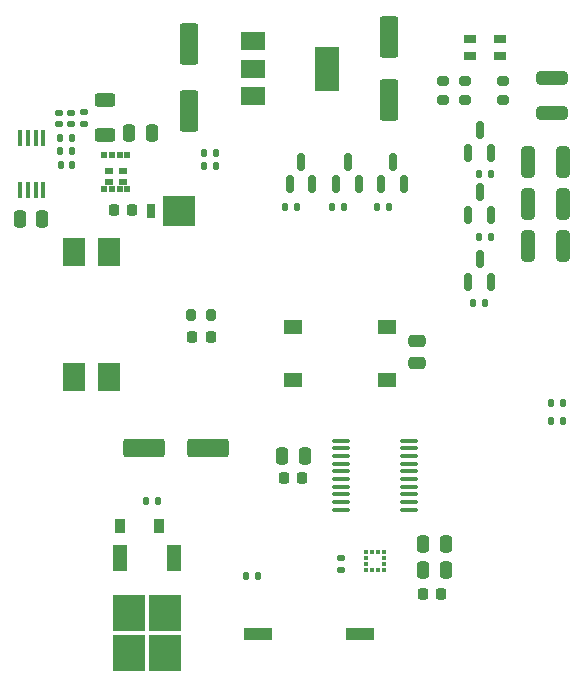
<source format=gtp>
%TF.GenerationSoftware,KiCad,Pcbnew,(6.0.1-0)*%
%TF.CreationDate,2022-04-18T21:10:33-05:00*%
%TF.ProjectId,tackle_sensor_hardware,7461636b-6c65-45f7-9365-6e736f725f68,rev?*%
%TF.SameCoordinates,Original*%
%TF.FileFunction,Paste,Top*%
%TF.FilePolarity,Positive*%
%FSLAX46Y46*%
G04 Gerber Fmt 4.6, Leading zero omitted, Abs format (unit mm)*
G04 Created by KiCad (PCBNEW (6.0.1-0)) date 2022-04-18 21:10:33*
%MOMM*%
%LPD*%
G01*
G04 APERTURE LIST*
G04 Aperture macros list*
%AMRoundRect*
0 Rectangle with rounded corners*
0 $1 Rounding radius*
0 $2 $3 $4 $5 $6 $7 $8 $9 X,Y pos of 4 corners*
0 Add a 4 corners polygon primitive as box body*
4,1,4,$2,$3,$4,$5,$6,$7,$8,$9,$2,$3,0*
0 Add four circle primitives for the rounded corners*
1,1,$1+$1,$2,$3*
1,1,$1+$1,$4,$5*
1,1,$1+$1,$6,$7*
1,1,$1+$1,$8,$9*
0 Add four rect primitives between the rounded corners*
20,1,$1+$1,$2,$3,$4,$5,0*
20,1,$1+$1,$4,$5,$6,$7,0*
20,1,$1+$1,$6,$7,$8,$9,0*
20,1,$1+$1,$8,$9,$2,$3,0*%
G04 Aperture macros list end*
%ADD10RoundRect,0.100000X-0.637500X-0.100000X0.637500X-0.100000X0.637500X0.100000X-0.637500X0.100000X0*%
%ADD11RoundRect,0.200000X-0.200000X-0.275000X0.200000X-0.275000X0.200000X0.275000X-0.200000X0.275000X0*%
%ADD12RoundRect,0.135000X-0.135000X-0.185000X0.135000X-0.185000X0.135000X0.185000X-0.135000X0.185000X0*%
%ADD13RoundRect,0.150000X0.150000X-0.587500X0.150000X0.587500X-0.150000X0.587500X-0.150000X-0.587500X0*%
%ADD14RoundRect,0.135000X0.135000X0.185000X-0.135000X0.185000X-0.135000X-0.185000X0.135000X-0.185000X0*%
%ADD15R,2.440000X1.120000*%
%ADD16R,0.450000X1.450000*%
%ADD17RoundRect,0.140000X0.170000X-0.140000X0.170000X0.140000X-0.170000X0.140000X-0.170000X-0.140000X0*%
%ADD18RoundRect,0.225000X-0.225000X-0.250000X0.225000X-0.250000X0.225000X0.250000X-0.225000X0.250000X0*%
%ADD19RoundRect,0.250000X-0.250000X-0.475000X0.250000X-0.475000X0.250000X0.475000X-0.250000X0.475000X0*%
%ADD20R,0.500000X0.630000*%
%ADD21R,0.738000X0.570000*%
%ADD22RoundRect,0.200000X-0.275000X0.200000X-0.275000X-0.200000X0.275000X-0.200000X0.275000X0.200000X0*%
%ADD23RoundRect,0.135000X0.185000X-0.135000X0.185000X0.135000X-0.185000X0.135000X-0.185000X-0.135000X0*%
%ADD24RoundRect,0.250000X0.250000X0.475000X-0.250000X0.475000X-0.250000X-0.475000X0.250000X-0.475000X0*%
%ADD25R,1.550000X1.300000*%
%ADD26R,0.350000X0.375000*%
%ADD27R,0.375000X0.350000*%
%ADD28RoundRect,0.250000X-0.312500X-1.075000X0.312500X-1.075000X0.312500X1.075000X-0.312500X1.075000X0*%
%ADD29RoundRect,0.225000X0.225000X0.250000X-0.225000X0.250000X-0.225000X-0.250000X0.225000X-0.250000X0*%
%ADD30RoundRect,0.135000X-0.185000X0.135000X-0.185000X-0.135000X0.185000X-0.135000X0.185000X0.135000X0*%
%ADD31R,1.955800X2.362200*%
%ADD32R,2.750000X3.050000*%
%ADD33R,1.200000X2.200000*%
%ADD34RoundRect,0.140000X-0.140000X-0.170000X0.140000X-0.170000X0.140000X0.170000X-0.140000X0.170000X0*%
%ADD35RoundRect,0.218750X0.218750X0.256250X-0.218750X0.256250X-0.218750X-0.256250X0.218750X-0.256250X0*%
%ADD36RoundRect,0.250000X0.625000X-0.312500X0.625000X0.312500X-0.625000X0.312500X-0.625000X-0.312500X0*%
%ADD37RoundRect,0.250000X0.550000X-1.500000X0.550000X1.500000X-0.550000X1.500000X-0.550000X-1.500000X0*%
%ADD38R,2.000000X1.500000*%
%ADD39R,2.000000X3.800000*%
%ADD40RoundRect,0.250000X-1.500000X-0.550000X1.500000X-0.550000X1.500000X0.550000X-1.500000X0.550000X0*%
%ADD41R,2.670000X2.540000*%
%ADD42R,0.762000X1.270000*%
%ADD43R,0.900000X1.200000*%
%ADD44RoundRect,0.250000X-1.075000X0.312500X-1.075000X-0.312500X1.075000X-0.312500X1.075000X0.312500X0*%
%ADD45RoundRect,0.250000X0.475000X-0.250000X0.475000X0.250000X-0.475000X0.250000X-0.475000X-0.250000X0*%
%ADD46R,1.000000X0.800000*%
G04 APERTURE END LIST*
D10*
%TO.C,U2*%
X149410500Y-106676000D03*
X149410500Y-107326000D03*
X149410500Y-107976000D03*
X149410500Y-108626000D03*
X149410500Y-109276000D03*
X149410500Y-109926000D03*
X149410500Y-110576000D03*
X149410500Y-111226000D03*
X149410500Y-111876000D03*
X149410500Y-112526000D03*
X155135500Y-112526000D03*
X155135500Y-111876000D03*
X155135500Y-111226000D03*
X155135500Y-110576000D03*
X155135500Y-109926000D03*
X155135500Y-109276000D03*
X155135500Y-108626000D03*
X155135500Y-107976000D03*
X155135500Y-107326000D03*
X155135500Y-106676000D03*
%TD*%
D11*
%TO.C,R19*%
X136716000Y-96012000D03*
X138366000Y-96012000D03*
%TD*%
D12*
%TO.C,R22*%
X167130000Y-103505000D03*
X168150000Y-103505000D03*
%TD*%
D13*
%TO.C,Q7*%
X145039000Y-84963000D03*
X146939000Y-84963000D03*
X145989000Y-83088000D03*
%TD*%
D14*
%TO.C,R7*%
X138815000Y-83439000D03*
X137795000Y-83439000D03*
%TD*%
D13*
%TO.C,Q3*%
X160152000Y-87551500D03*
X162052000Y-87551500D03*
X161102000Y-85676500D03*
%TD*%
D12*
%TO.C,R1*%
X132840000Y-111760000D03*
X133860000Y-111760000D03*
%TD*%
D15*
%TO.C,SW2*%
X142380000Y-123063000D03*
X150990000Y-123063000D03*
%TD*%
D13*
%TO.C,Q2*%
X160152000Y-82296000D03*
X162052000Y-82296000D03*
X161102000Y-80421000D03*
%TD*%
D16*
%TO.C,U3*%
X124165000Y-81071000D03*
X123515000Y-81071000D03*
X122865000Y-81071000D03*
X122215000Y-81071000D03*
X122215000Y-85471000D03*
X122865000Y-85471000D03*
X123515000Y-85471000D03*
X124165000Y-85471000D03*
%TD*%
D12*
%TO.C,R12*%
X148590000Y-86868000D03*
X149610000Y-86868000D03*
%TD*%
D17*
%TO.C,C7*%
X126492000Y-79883000D03*
X126492000Y-78923000D03*
%TD*%
D18*
%TO.C,C3*%
X156311000Y-119634000D03*
X157861000Y-119634000D03*
%TD*%
D19*
%TO.C,C2*%
X156342000Y-115443000D03*
X158242000Y-115443000D03*
%TD*%
D12*
%TO.C,R3*%
X125603000Y-81026000D03*
X126623000Y-81026000D03*
%TD*%
%TO.C,R16*%
X161032000Y-84074000D03*
X162052000Y-84074000D03*
%TD*%
D20*
%TO.C,Q9*%
X131272000Y-82507000D03*
X130632000Y-82507000D03*
X129972000Y-82507000D03*
X129332000Y-82507000D03*
X129972000Y-85387000D03*
D21*
X129692000Y-84807000D03*
D20*
X130632000Y-85387000D03*
X131272000Y-85387000D03*
D21*
X130912000Y-83857000D03*
X130912000Y-84807000D03*
X129692000Y-83857000D03*
D20*
X129332000Y-85387000D03*
%TD*%
D13*
%TO.C,Q5*%
X152786000Y-84963000D03*
X154686000Y-84963000D03*
X153736000Y-83088000D03*
%TD*%
D12*
%TO.C,R17*%
X161032000Y-89408000D03*
X162052000Y-89408000D03*
%TD*%
D22*
%TO.C,R11*%
X163068000Y-76200000D03*
X163068000Y-77850000D03*
%TD*%
D23*
%TO.C,R4*%
X127635000Y-78867000D03*
X127635000Y-79887000D03*
%TD*%
D24*
%TO.C,C15*%
X146299000Y-107950000D03*
X144399000Y-107950000D03*
%TD*%
D25*
%TO.C,SW1*%
X153289000Y-101528000D03*
X145329000Y-101528000D03*
X153289000Y-97028000D03*
X145329000Y-97028000D03*
%TD*%
D26*
%TO.C,U1*%
X153022500Y-116081500D03*
X152522500Y-116081500D03*
X152022500Y-116081500D03*
X151522500Y-116081500D03*
D27*
X151510000Y-116594000D03*
X151510000Y-117094000D03*
D26*
X151522500Y-117606500D03*
X152022500Y-117606500D03*
X152522500Y-117606500D03*
X153022500Y-117606500D03*
D27*
X153035000Y-117094000D03*
X153035000Y-116594000D03*
%TD*%
D28*
%TO.C,R18*%
X165223000Y-83058000D03*
X168148000Y-83058000D03*
%TD*%
D29*
%TO.C,C9*%
X131699000Y-87122000D03*
X130149000Y-87122000D03*
%TD*%
D28*
%TO.C,R23*%
X165223000Y-90170000D03*
X168148000Y-90170000D03*
%TD*%
D12*
%TO.C,R21*%
X167130000Y-105029000D03*
X168150000Y-105029000D03*
%TD*%
D19*
%TO.C,C11*%
X156342000Y-117602000D03*
X158242000Y-117602000D03*
%TD*%
D12*
%TO.C,R9*%
X141351000Y-118110000D03*
X142371000Y-118110000D03*
%TD*%
D30*
%TO.C,R2*%
X149352000Y-116582000D03*
X149352000Y-117602000D03*
%TD*%
D31*
%TO.C,T1*%
X129770000Y-90690700D03*
X126770000Y-90690700D03*
X126770000Y-101333300D03*
X129770000Y-101333300D03*
%TD*%
D12*
%TO.C,R24*%
X160524000Y-94996000D03*
X161544000Y-94996000D03*
%TD*%
%TO.C,R8*%
X137795000Y-82296000D03*
X138815000Y-82296000D03*
%TD*%
%TO.C,R14*%
X144653000Y-86868000D03*
X145673000Y-86868000D03*
%TD*%
%TO.C,R5*%
X125599000Y-82169000D03*
X126619000Y-82169000D03*
%TD*%
D32*
%TO.C,Q1*%
X134495000Y-124635000D03*
X131445000Y-121285000D03*
X131445000Y-124635000D03*
X134495000Y-121285000D03*
D33*
X135250000Y-116660000D03*
X130690000Y-116660000D03*
%TD*%
D17*
%TO.C,C6*%
X125476000Y-79883000D03*
X125476000Y-78923000D03*
%TD*%
D29*
%TO.C,C16*%
X146063000Y-109855000D03*
X144513000Y-109855000D03*
%TD*%
D22*
%TO.C,R13*%
X159893000Y-76200000D03*
X159893000Y-77850000D03*
%TD*%
D34*
%TO.C,C8*%
X125631000Y-83312000D03*
X126591000Y-83312000D03*
%TD*%
D28*
%TO.C,R20*%
X165223000Y-86614000D03*
X168148000Y-86614000D03*
%TD*%
D35*
%TO.C,D3*%
X138328500Y-97917000D03*
X136753500Y-97917000D03*
%TD*%
D36*
%TO.C,R6*%
X129413000Y-80772000D03*
X129413000Y-77847000D03*
%TD*%
D24*
%TO.C,C5*%
X124079000Y-87884000D03*
X122179000Y-87884000D03*
%TD*%
D37*
%TO.C,C10*%
X136525000Y-78740000D03*
X136525000Y-73140000D03*
%TD*%
D38*
%TO.C,U4*%
X141884000Y-72884000D03*
X141884000Y-75184000D03*
D39*
X148184000Y-75184000D03*
D38*
X141884000Y-77484000D03*
%TD*%
D13*
%TO.C,Q6*%
X148976000Y-84963000D03*
X150876000Y-84963000D03*
X149926000Y-83088000D03*
%TD*%
D24*
%TO.C,C12*%
X133350000Y-80645000D03*
X131450000Y-80645000D03*
%TD*%
D37*
%TO.C,C13*%
X153416000Y-77884000D03*
X153416000Y-72484000D03*
%TD*%
D40*
%TO.C,C4*%
X132715000Y-107315000D03*
X138115000Y-107315000D03*
%TD*%
D41*
%TO.C,D1*%
X135636000Y-87249000D03*
D42*
X133285000Y-87249000D03*
%TD*%
D12*
%TO.C,R10*%
X152400000Y-86868000D03*
X153420000Y-86868000D03*
%TD*%
D43*
%TO.C,D4*%
X130685000Y-113875000D03*
X133985000Y-113875000D03*
%TD*%
D22*
%TO.C,R15*%
X157988000Y-76201000D03*
X157988000Y-77851000D03*
%TD*%
D44*
%TO.C,F1*%
X167259000Y-76007500D03*
X167259000Y-78932500D03*
%TD*%
D13*
%TO.C,Q4*%
X160152000Y-93218000D03*
X162052000Y-93218000D03*
X161102000Y-91343000D03*
%TD*%
D45*
%TO.C,C1*%
X155829000Y-100137000D03*
X155829000Y-98237000D03*
%TD*%
D46*
%TO.C,D2*%
X162794000Y-74106000D03*
X162794000Y-72706000D03*
X160294000Y-72706000D03*
X160294000Y-74106000D03*
%TD*%
M02*

</source>
